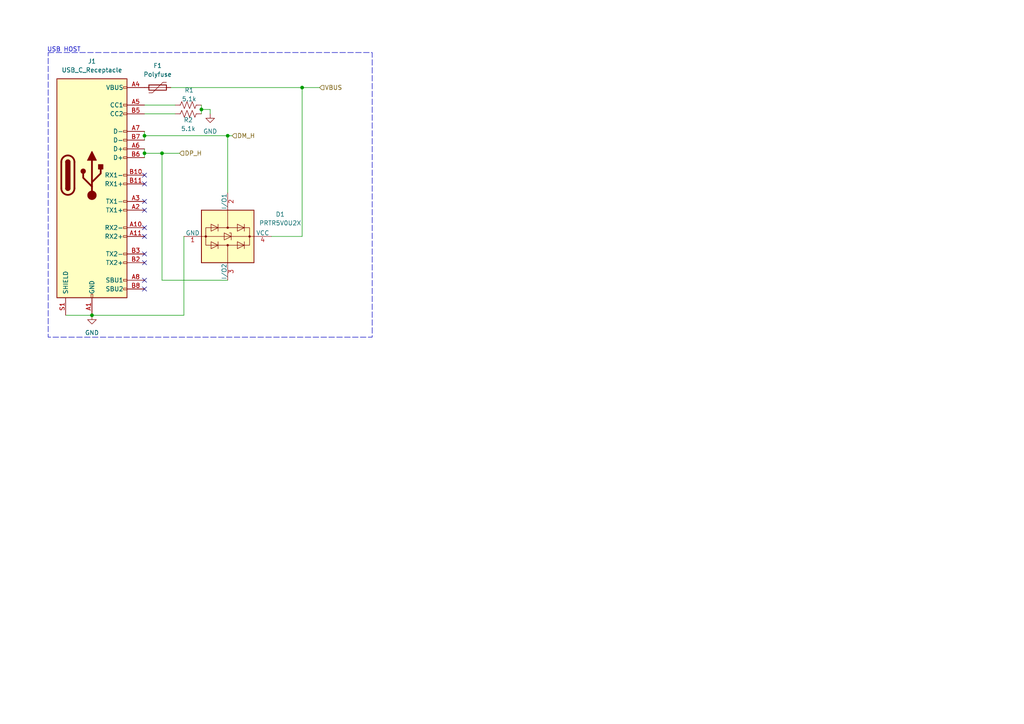
<source format=kicad_sch>
(kicad_sch (version 20231120) (generator "eeschema") (generator_version "8.0")
  (paper "A4")
  (lib_symbols
    (symbol "Connector:USB_C_Receptacle" (pin_names (offset 1.016))
      (property "Reference" "J" (at -10.16 29.21 0))
      (property "Value" "USB_C_Receptacle" (at 10.16 29.21 0))
      (symbol "USB_C_Receptacle_0_0"
        (rectangle (start -0.254 -35.56) (end 0.254 -34.544))
        (rectangle (start 10.16 -32.766) (end 9.144 -33.274))
        (rectangle (start 10.16 -30.226) (end 9.144 -30.734))
        (rectangle (start 10.16 -25.146) (end 9.144 -25.654))
        (rectangle (start 10.16 -22.606) (end 9.144 -23.114))
        (rectangle (start 10.16 -17.526) (end 9.144 -18.034))
        (rectangle (start 10.16 -14.986) (end 9.144 -15.494))
        (rectangle (start 10.16 -9.906) (end 9.144 -10.414))
        (rectangle (start 10.16 -7.366) (end 9.144 -7.874))
        (rectangle (start 10.16 -2.286) (end 9.144 -2.794))
        (rectangle (start 10.16 0.254) (end 9.144 -0.254))
        (rectangle (start 10.16 5.334) (end 9.144 4.826))
        (rectangle (start 10.16 7.874) (end 9.144 7.366))
        (rectangle (start 10.16 10.414) (end 9.144 9.906))
        (rectangle (start 10.16 12.954) (end 9.144 12.446))
        (rectangle (start 10.16 18.034) (end 9.144 17.526))
        (rectangle (start 10.16 20.574) (end 9.144 20.066))
        (rectangle (start 10.16 25.654) (end 9.144 25.146))
      )
      (symbol "USB_C_Receptacle_0_1"
        (rectangle (start -10.16 27.94) (end 10.16 -35.56) (stroke (width 0.254)) (fill (type background)))
        (arc (start -8.89 -3.81) (mid -6.985 -5.7067) (end -5.08 -3.81) (stroke (width 0.508)))
        (arc (start -7.62 -3.81) (mid -6.985 -4.4423) (end -6.35 -3.81) (stroke (width 0.254)))
        (arc (start -7.62 -3.81) (mid -6.985 -4.4423) (end -6.35 -3.81) (stroke (width 0.254)) (fill (type outline)))
        (rectangle (start -7.62 -3.81) (end -6.35 3.81) (stroke (width 0.254)) (fill (type outline)))
        (arc (start -6.35 3.81) (mid -6.985 4.4423) (end -7.62 3.81) (stroke (width 0.254)))
        (arc (start -6.35 3.81) (mid -6.985 4.4423) (end -7.62 3.81) (stroke (width 0.254)) (fill (type outline)))
        (arc (start -5.08 3.81) (mid -6.985 5.7067) (end -8.89 3.81) (stroke (width 0.508)))
        (polyline (pts (xy -8.89 -3.81) (xy -8.89 3.81)) (stroke (width 0.508)))
        (polyline (pts (xy -5.08 3.81) (xy -5.08 -3.81)) (stroke (width 0.508)))
      )
      (symbol "USB_C_Receptacle_1_1"
        (circle (center -2.54 1.143) (radius 0.635) (stroke (width 0.254)) (fill (type outline)))
        (circle (center 0 -5.842) (radius 1.27) (fill (type outline)))
        (polyline (pts (xy 0 -5.842) (xy 0 4.318)) (stroke (width 0.508)))
        (polyline (pts (xy 0 -3.302) (xy -2.54 -0.762) (xy -2.54 0.508)) (stroke (width 0.508)))
        (polyline (pts (xy 0 -2.032) (xy 2.54 0.508) (xy 2.54 1.778)) (stroke (width 0.508)))
        (polyline (pts (xy -1.27 4.318) (xy 0 6.858) (xy 1.27 4.318) (xy -1.27 4.318)) (stroke (width 0.254)) (fill (type outline)))
        (rectangle (start 1.905 1.778) (end 3.175 3.048) (stroke (width 0.254)) (fill (type outline)))
        (pin passive line (at 0 -40.64 90) (length 5.08) (name "GND") (number "A1"))
        (pin bidirectional line (at 15.24 -15.24 180) (length 5.08) (name "RX2-") (number "A10"))
        (pin bidirectional line (at 15.24 -17.78 180) (length 5.08) (name "RX2+") (number "A11"))
        (pin passive line (at 0 -40.64 90) (length 5.08) hide (name "GND") (number "A12"))
        (pin bidirectional line (at 15.24 -10.16 180) (length 5.08) (name "TX1+") (number "A2"))
        (pin bidirectional line (at 15.24 -7.62 180) (length 5.08) (name "TX1-") (number "A3"))
        (pin passive line (at 15.24 25.4 180) (length 5.08) (name "VBUS") (number "A4"))
        (pin bidirectional line (at 15.24 20.32 180) (length 5.08) (name "CC1") (number "A5"))
        (pin bidirectional line (at 15.24 7.62 180) (length 5.08) (name "D+") (number "A6"))
        (pin bidirectional line (at 15.24 12.7 180) (length 5.08) (name "D-") (number "A7"))
        (pin bidirectional line (at 15.24 -30.48 180) (length 5.08) (name "SBU1") (number "A8"))
        (pin passive line (at 15.24 25.4 180) (length 5.08) hide (name "VBUS") (number "A9"))
        (pin passive line (at 0 -40.64 90) (length 5.08) hide (name "GND") (number "B1"))
        (pin bidirectional line (at 15.24 0 180) (length 5.08) (name "RX1-") (number "B10"))
        (pin bidirectional line (at 15.24 -2.54 180) (length 5.08) (name "RX1+") (number "B11"))
        (pin passive line (at 0 -40.64 90) (length 5.08) hide (name "GND") (number "B12"))
        (pin bidirectional line (at 15.24 -25.4 180) (length 5.08) (name "TX2+") (number "B2"))
        (pin bidirectional line (at 15.24 -22.86 180) (length 5.08) (name "TX2-") (number "B3"))
        (pin passive line (at 15.24 25.4 180) (length 5.08) hide (name "VBUS") (number "B4"))
        (pin bidirectional line (at 15.24 17.78 180) (length 5.08) (name "CC2") (number "B5"))
        (pin bidirectional line (at 15.24 5.08 180) (length 5.08) (name "D+") (number "B6"))
        (pin bidirectional line (at 15.24 10.16 180) (length 5.08) (name "D-") (number "B7"))
        (pin bidirectional line (at 15.24 -33.02 180) (length 5.08) (name "SBU2") (number "B8"))
        (pin passive line (at 15.24 25.4 180) (length 5.08) hide (name "VBUS") (number "B9"))
        (pin passive line (at -7.62 -40.64 90) (length 5.08) (name "SHIELD") (number "S1"))
      )
    )
    (symbol "Device:Polyfuse" (pin_numbers hide) (pin_names (offset 0))
      (property "Reference" "F" (at -2.54 0 90))
      (property "Value" "Polyfuse" (at 2.54 0 90))
      (symbol "Polyfuse_0_1"
        (rectangle (start -0.762 2.54) (end 0.762 -2.54) (stroke (width 0.254)))
        (polyline (pts (xy 0 2.54) (xy 0 -2.54)))
        (polyline (pts (xy -1.524 2.54) (xy -1.524 1.524) (xy 1.524 -1.524) (xy 1.524 -2.54)))
      )
      (symbol "Polyfuse_1_1"
        (pin passive line (at 0 3.81 270) (length 1.27) (name "~") (number "1"))
        (pin passive line (at 0 -3.81 90) (length 1.27) (name "~") (number "2"))
      )
    )
    (symbol "Device:R_US" (pin_numbers hide) (pin_names (offset 0))
      (property "Reference" "R" (at 2.54 0 90))
      (property "Value" "R_US" (at -2.54 0 90))
      (symbol "R_US_0_1"
        (polyline (pts (xy 0 -2.286) (xy 0 -2.54)))
        (polyline (pts (xy 0 2.286) (xy 0 2.54)))
        (polyline (pts (xy 0 -0.762) (xy 1.016 -1.143) (xy 0 -1.524) (xy -1.016 -1.905) (xy 0 -2.286)))
        (polyline (pts (xy 0 0.762) (xy 1.016 0.381) (xy 0 0) (xy -1.016 -0.381) (xy 0 -0.762)))
        (polyline (pts (xy 0 2.286) (xy 1.016 1.905) (xy 0 1.524) (xy -1.016 1.143) (xy 0 0.762)))
      )
      (symbol "R_US_1_1"
        (pin passive line (at 0 3.81 270) (length 1.27) (name "~") (number "1"))
        (pin passive line (at 0 -3.81 90) (length 1.27) (name "~") (number "2"))
      )
    )
    (symbol "Power_Protection:PRTR5V0U2X" (pin_names (offset 0))
      (property "Reference" "D" (at 2.794 8.636 0))
      (property "Value" "PRTR5V0U2X" (at 8.128 -9.398 0))
      (symbol "PRTR5V0U2X_0_1"
        (rectangle (start -7.62 -7.62) (end 7.62 7.62) (stroke (width 0.254)) (fill (type background)))
        (circle (center -2.54 0) (radius 0.254) (fill (type outline)))
        (rectangle (start -2.54 6.35) (end 2.54 -6.35))
        (circle (center 0 -6.35) (radius 0.254) (fill (type outline)))
        (polyline (pts (xy -2.54 0) (xy -7.62 0)))
        (polyline (pts (xy -1.524 -2.794) (xy -3.556 -2.794)))
        (polyline (pts (xy -1.524 4.826) (xy -3.556 4.826)))
        (polyline (pts (xy 0 -7.62) (xy 0 7.62)))
        (polyline (pts (xy 1.524 -2.794) (xy 3.556 -2.794)))
        (polyline (pts (xy 1.524 4.826) (xy 3.556 4.826)))
        (polyline (pts (xy 2.54 0) (xy 7.62 0)))
        (polyline (pts (xy 1.016 1.016) (xy -1.016 1.016) (xy -1.016 0.508)))
        (polyline (pts (xy -3.556 -4.826) (xy -1.524 -4.826) (xy -2.54 -2.794) (xy -3.556 -4.826)))
        (polyline (pts (xy -3.556 2.794) (xy -1.524 2.794) (xy -2.54 4.826) (xy -3.556 2.794)))
        (polyline (pts (xy -1.016 -1.016) (xy 1.016 -1.016) (xy 0 1.016) (xy -1.016 -1.016)))
        (polyline (pts (xy 3.556 -4.826) (xy 1.524 -4.826) (xy 2.54 -2.794) (xy 3.556 -4.826)))
        (polyline (pts (xy 3.556 2.794) (xy 1.524 2.794) (xy 2.54 4.826) (xy 3.556 2.794)))
        (circle (center 0 6.35) (radius 0.254) (fill (type outline)))
        (circle (center 2.54 0) (radius 0.254) (fill (type outline)))
      )
      (symbol "PRTR5V0U2X_1_1"
        (pin passive line (at 0 -12.7 90) (length 5.08) (name "GND") (number "1"))
        (pin passive line (at -12.7 0 0) (length 5.08) (name "I/O1") (number "2"))
        (pin passive line (at 12.7 0 180) (length 5.08) (name "I/O2") (number "3"))
        (pin passive line (at 0 12.7 270) (length 5.08) (name "VCC") (number "4"))
      )
    )
    (symbol "power:GND" (power) (pin_numbers hide) (pin_names (offset 0) hide)
      (property "Value" "GND" (at 0 -3.81 0))
      (symbol "GND_0_1"
        (polyline (pts (xy 0 0) (xy 0 -1.27) (xy 1.27 -1.27) (xy 0 -2.54) (xy -1.27 -1.27) (xy 0 -1.27)))
      )
      (symbol "GND_1_1"
        (pin power_in line (at 0 0 270) (length 0) (name "~") (number "1"))
      )
    )
  )
  (junction (at 26.67 91.44))
  (junction (at 41.91 39.37))
  (junction (at 66.04 39.37))
  (junction (at 46.99 44.45))
  (junction (at 58.42 31.75))
  (junction (at 41.91 44.45))
  (junction (at 87.63 25.4))
  (no_connect (at 41.91 53.34))
  (no_connect (at 41.91 60.96))
  (no_connect (at 41.91 76.2))
  (no_connect (at 41.91 50.8))
  (no_connect (at 41.91 58.42))
  (no_connect (at 41.91 73.66))
  (no_connect (at 41.91 66.04))
  (no_connect (at 41.91 68.58))
  (no_connect (at 41.91 83.82))
  (no_connect (at 41.91 81.28))
  (wire (pts (xy 58.42 30.48) (xy 58.42 31.75)))
  (wire (pts (xy 53.34 91.44) (xy 53.34 68.58)))
  (wire (pts (xy 60.96 31.75) (xy 60.96 33.02)))
  (wire (pts (xy 66.04 39.37) (xy 66.04 55.88)))
  (wire (pts (xy 26.67 91.44) (xy 53.34 91.44)))
  (wire (pts (xy 41.91 39.37) (xy 41.91 40.64)))
  (wire (pts (xy 46.99 44.45) (xy 46.99 81.28)))
  (wire (pts (xy 41.91 39.37) (xy 66.04 39.37)))
  (wire (pts (xy 49.53 25.4) (xy 87.63 25.4)))
  (wire (pts (xy 87.63 68.58) (xy 78.74 68.58)))
  (wire (pts (xy 41.91 43.18) (xy 41.91 44.45)))
  (wire (pts (xy 41.91 38.1) (xy 41.91 39.37)))
  (wire (pts (xy 66.04 39.37) (xy 67.31 39.37)))
  (wire (pts (xy 87.63 25.4) (xy 92.71 25.4)))
  (wire (pts (xy 41.91 44.45) (xy 41.91 45.72)))
  (wire (pts (xy 41.91 44.45) (xy 46.99 44.45)))
  (wire (pts (xy 87.63 25.4) (xy 87.63 68.58)))
  (wire (pts (xy 46.99 44.45) (xy 52.07 44.45)))
  (wire (pts (xy 46.99 81.28) (xy 66.04 81.28)))
  (wire (pts (xy 41.91 33.02) (xy 50.8 33.02)))
  (wire (pts (xy 50.8 30.48) (xy 41.91 30.48)))
  (wire (pts (xy 19.05 91.44) (xy 26.67 91.44)))
  (wire (pts (xy 60.96 31.75) (xy 58.42 31.75)))
  (wire (pts (xy 58.42 31.75) (xy 58.42 33.02)))
  (rectangle (start 13.97 15.24) (end 107.95 97.79) (stroke (width 0) (type dash)))
  (text "USB HOST" (at 18.542 14.478 0) (effects (font (size 1.27 1.27))))
  (hierarchical_label "DP_H" (shape input) (at 52.07 44.45 0))
  (hierarchical_label "DM_H" (shape input) (at 67.31 39.37 0))
  (hierarchical_label "VBUS" (shape input) (at 92.71 25.4 0))
  (symbol (lib_id "Power_Protection:PRTR5V0U2X") (at 66.04 68.58 270) (unit 1)
    (property "Reference" "D1" (at 81.28 62.1598 90))
    (property "Value" "PRTR5V0U2X" (at 81.28 64.6998 90))
    (property "Footprint" "Package_TO_SOT_SMD:SOT-143" (effects (hide yes)))
    (property "Datasheet" "https://assets.nexperia.com/documents/data-sheet/PRTR5V0U2X.pdf" (effects (hide yes)))
    (property "Description" "Ultra low capacitance double rail-to-rail ESD protection diode, SOT-143" (effects (hide yes)))
  )
  (symbol (lib_id "power:GND") (at 26.67 91.44 0) (unit 1)
    (property "Reference" "#PWR01" (effects (hide yes)))
    (property "Value" "GND" (at 26.67 96.52 0))
    (property "Description" "Power symbol creates a global label with name \"GND\" , ground" (effects (hide yes)))
  )
  (symbol (lib_id "Device:Polyfuse") (at 45.72 25.4 90) (unit 1)
    (property "Reference" "F1" (at 45.72 19.05 90))
    (property "Value" "Polyfuse" (at 45.72 21.59 90))
    (property "Description" "Resettable fuse, polymeric positive temperature coefficient" (effects (hide yes)))
  )
  (symbol (lib_id "Connector:USB_C_Receptacle") (at 26.67 50.8 0) (unit 1)
    (property "Reference" "J1" (at 26.67 17.78 0))
    (property "Value" "USB_C_Receptacle" (at 26.67 20.32 0))
    (property "Datasheet" "https://www.usb.org/sites/default/files/documents/usb_type-c.zip" (effects (hide yes)))
    (property "Description" "USB Full-Featured Type-C Receptacle connector" (effects (hide yes)))
  )
  (symbol (lib_id "Device:R_US") (at 54.61 33.02 90) (unit 1)
    (property "Reference" "R2" (at 54.61 34.798 90))
    (property "Value" "5.1k" (at 54.61 37.338 90))
    (property "Description" "Resistor, US symbol" (effects (hide yes)))
  )
  (symbol (lib_id "power:GND") (at 60.96 33.02 0) (unit 1)
    (property "Reference" "#PWR02" (effects (hide yes)))
    (property "Value" "GND" (at 60.96 38.1 0))
    (property "Description" "Power symbol creates a global label with name \"GND\" , ground" (effects (hide yes)))
  )
  (symbol (lib_id "Device:R_US") (at 54.61 30.48 90) (unit 1)
    (property "Reference" "R1" (at 54.864 26.162 90))
    (property "Value" "5.1k" (at 54.864 28.702 90))
    (property "Description" "Resistor, US symbol" (effects (hide yes)))
  )
)
</source>
